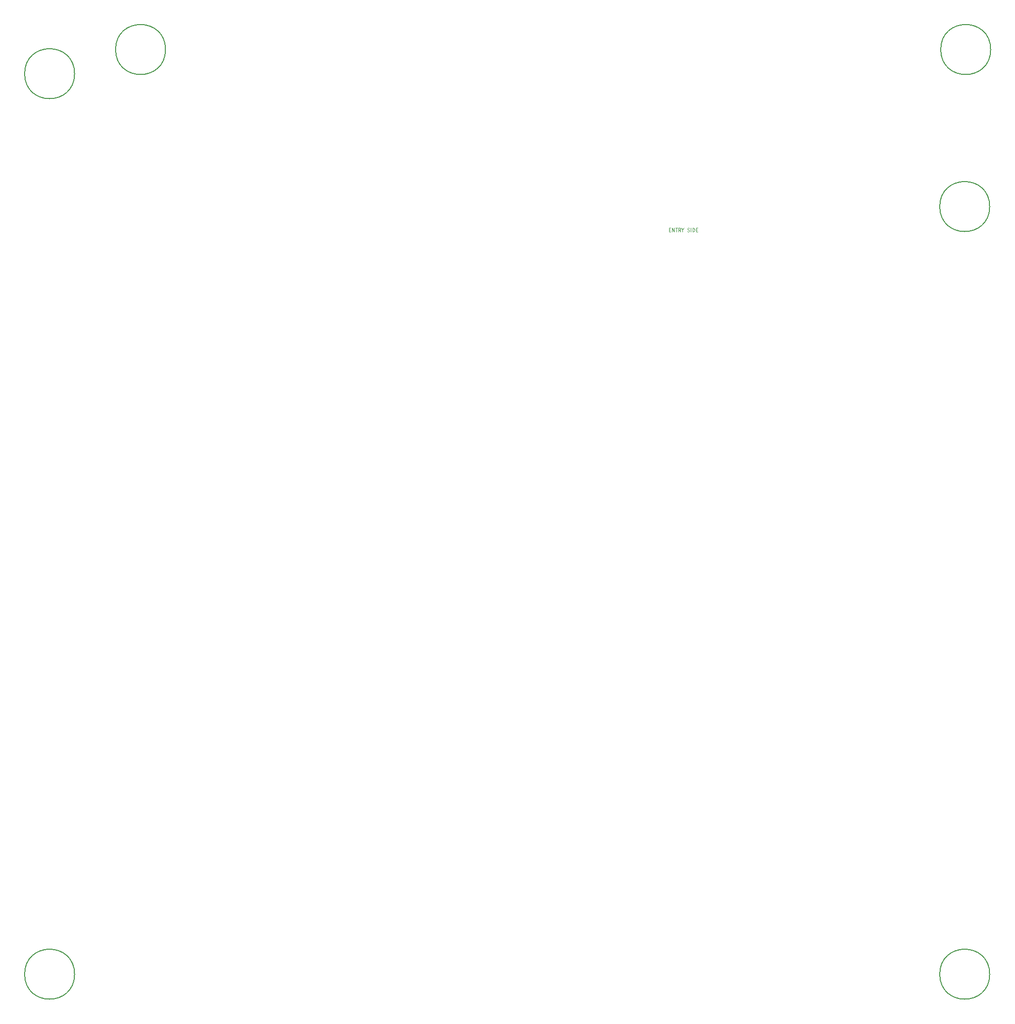
<source format=gbr>
G04 #@! TF.GenerationSoftware,KiCad,Pcbnew,5.1.5+dfsg1-2build2*
G04 #@! TF.CreationDate,2021-02-17T11:04:07+00:00*
G04 #@! TF.ProjectId,HILTOP_Motherboard,48494c54-4f50-45f4-9d6f-74686572626f,Rev C*
G04 #@! TF.SameCoordinates,Original*
G04 #@! TF.FileFunction,Other,Comment*
%FSLAX46Y46*%
G04 Gerber Fmt 4.6, Leading zero omitted, Abs format (unit mm)*
G04 Created by KiCad (PCBNEW 5.1.5+dfsg1-2build2) date 2021-02-17 11:04:07*
%MOMM*%
%LPD*%
G04 APERTURE LIST*
%ADD10C,0.150000*%
%ADD11C,0.060000*%
G04 APERTURE END LIST*
D10*
X60650000Y-60160000D02*
G75*
G03X60650000Y-60160000I-4300000J0D01*
G01*
X76300000Y-56000000D02*
G75*
G03X76300000Y-56000000I-4300000J0D01*
G01*
X218300000Y-56000000D02*
G75*
G03X218300000Y-56000000I-4300000J0D01*
G01*
X218130000Y-83020000D02*
G75*
G03X218130000Y-83020000I-4300000J0D01*
G01*
X218130000Y-215100000D02*
G75*
G03X218130000Y-215100000I-4300000J0D01*
G01*
X60650000Y-215100000D02*
G75*
G03X60650000Y-215100000I-4300000J0D01*
G01*
D11*
X162942857Y-87007142D02*
X163142857Y-87007142D01*
X163228571Y-87321428D02*
X162942857Y-87321428D01*
X162942857Y-86721428D01*
X163228571Y-86721428D01*
X163485714Y-87321428D02*
X163485714Y-86721428D01*
X163828571Y-87321428D01*
X163828571Y-86721428D01*
X164028571Y-86721428D02*
X164371428Y-86721428D01*
X164200000Y-87321428D02*
X164200000Y-86721428D01*
X164914285Y-87321428D02*
X164714285Y-87035714D01*
X164571428Y-87321428D02*
X164571428Y-86721428D01*
X164800000Y-86721428D01*
X164857142Y-86750000D01*
X164885714Y-86778571D01*
X164914285Y-86835714D01*
X164914285Y-86921428D01*
X164885714Y-86978571D01*
X164857142Y-87007142D01*
X164800000Y-87035714D01*
X164571428Y-87035714D01*
X165285714Y-87035714D02*
X165285714Y-87321428D01*
X165085714Y-86721428D02*
X165285714Y-87035714D01*
X165485714Y-86721428D01*
X166114285Y-87292857D02*
X166200000Y-87321428D01*
X166342857Y-87321428D01*
X166400000Y-87292857D01*
X166428571Y-87264285D01*
X166457142Y-87207142D01*
X166457142Y-87150000D01*
X166428571Y-87092857D01*
X166400000Y-87064285D01*
X166342857Y-87035714D01*
X166228571Y-87007142D01*
X166171428Y-86978571D01*
X166142857Y-86950000D01*
X166114285Y-86892857D01*
X166114285Y-86835714D01*
X166142857Y-86778571D01*
X166171428Y-86750000D01*
X166228571Y-86721428D01*
X166371428Y-86721428D01*
X166457142Y-86750000D01*
X166714285Y-87321428D02*
X166714285Y-86721428D01*
X167000000Y-87321428D02*
X167000000Y-86721428D01*
X167142857Y-86721428D01*
X167228571Y-86750000D01*
X167285714Y-86807142D01*
X167314285Y-86864285D01*
X167342857Y-86978571D01*
X167342857Y-87064285D01*
X167314285Y-87178571D01*
X167285714Y-87235714D01*
X167228571Y-87292857D01*
X167142857Y-87321428D01*
X167000000Y-87321428D01*
X167600000Y-87007142D02*
X167800000Y-87007142D01*
X167885714Y-87321428D02*
X167600000Y-87321428D01*
X167600000Y-86721428D01*
X167885714Y-86721428D01*
M02*

</source>
